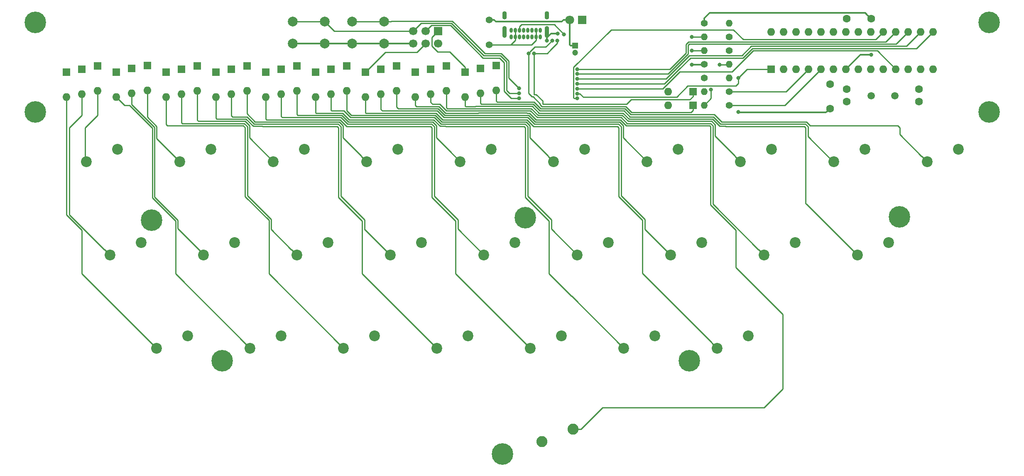
<source format=gbr>
G04 #@! TF.GenerationSoftware,KiCad,Pcbnew,(5.1.5)-3*
G04 #@! TF.CreationDate,2020-07-10T12:31:20-05:00*
G04 #@! TF.ProjectId,masochist,6d61736f-6368-4697-9374-2e6b69636164,rev?*
G04 #@! TF.SameCoordinates,Original*
G04 #@! TF.FileFunction,Copper,L1,Top*
G04 #@! TF.FilePolarity,Positive*
%FSLAX46Y46*%
G04 Gerber Fmt 4.6, Leading zero omitted, Abs format (unit mm)*
G04 Created by KiCad (PCBNEW (5.1.5)-3) date 2020-07-10 12:31:20*
%MOMM*%
%LPD*%
G04 APERTURE LIST*
%ADD10C,4.400000*%
%ADD11C,1.500000*%
%ADD12O,1.600000X1.600000*%
%ADD13R,1.600000X1.600000*%
%ADD14C,2.200000*%
%ADD15C,2.250000*%
%ADD16C,2.000000*%
%ADD17O,1.400000X1.400000*%
%ADD18C,1.400000*%
%ADD19C,1.800000*%
%ADD20R,1.800000X1.800000*%
%ADD21R,1.700000X1.700000*%
%ADD22C,1.700000*%
%ADD23O,0.650000X1.000000*%
%ADD24O,0.900000X2.400000*%
%ADD25O,0.900000X1.700000*%
%ADD26C,1.600000*%
%ADD27R,1.200000X1.200000*%
%ADD28C,1.200000*%
%ADD29C,0.800000*%
%ADD30C,0.250000*%
%ADD31C,0.380000*%
G04 APERTURE END LIST*
D10*
X158750000Y-123031250D03*
X63500000Y-53181250D03*
X63500000Y-34925000D03*
X257968750Y-53181250D03*
X257968750Y-34925000D03*
X163449000Y-74803000D03*
X239712500Y-74612500D03*
X196850000Y-103981250D03*
X101600000Y-103981250D03*
X87249000Y-75311000D03*
D11*
X233934000Y-49911000D03*
X238814000Y-49911000D03*
D12*
X213582250Y-36830000D03*
X246602250Y-44450000D03*
X216122250Y-36830000D03*
X244062250Y-44450000D03*
X218662250Y-36830000D03*
X241522250Y-44450000D03*
X221202250Y-36830000D03*
X238982250Y-44450000D03*
X223742250Y-36830000D03*
X236442250Y-44450000D03*
X226282250Y-36830000D03*
X233902250Y-44450000D03*
X228822250Y-36830000D03*
X231362250Y-44450000D03*
X231362250Y-36830000D03*
X228822250Y-44450000D03*
X233902250Y-36830000D03*
X226282250Y-44450000D03*
X236442250Y-36830000D03*
X223742250Y-44450000D03*
X238982250Y-36830000D03*
X221202250Y-44450000D03*
X241522250Y-36830000D03*
X218662250Y-44450000D03*
X244062250Y-36830000D03*
X216122250Y-44450000D03*
X246602250Y-36830000D03*
D13*
X213582250Y-44450000D03*
D14*
X213677500Y-60801250D03*
X207327500Y-63341250D03*
X80327500Y-60801250D03*
X73977500Y-63341250D03*
D15*
X173196250Y-117951250D03*
X166846250Y-120491250D03*
D16*
X128120000Y-39243000D03*
X128120000Y-34743000D03*
X134620000Y-39243000D03*
X134620000Y-34743000D03*
X116055000Y-39243000D03*
X116055000Y-34743000D03*
X122555000Y-39243000D03*
X122555000Y-34743000D03*
D17*
X199898000Y-49022000D03*
D18*
X204978000Y-49022000D03*
D17*
X199898000Y-51816000D03*
D18*
X204978000Y-51816000D03*
D17*
X204978000Y-46228000D03*
D18*
X199898000Y-46228000D03*
D17*
X204978000Y-43434000D03*
D18*
X199898000Y-43434000D03*
D17*
X199898000Y-37846000D03*
D18*
X204978000Y-37846000D03*
D17*
X199898000Y-40640000D03*
D18*
X204978000Y-40640000D03*
D17*
X204978000Y-35052000D03*
D18*
X199898000Y-35052000D03*
D19*
X172466000Y-34417000D03*
D20*
X175006000Y-34417000D03*
D14*
X94615000Y-98901250D03*
X88265000Y-101441250D03*
X175577500Y-60801250D03*
X169227500Y-63341250D03*
X113665000Y-98901250D03*
X107315000Y-101441250D03*
X99377500Y-60801250D03*
X93027500Y-63341250D03*
X151765000Y-98901250D03*
X145415000Y-101441250D03*
X194627500Y-60801250D03*
X188277500Y-63341250D03*
X156527500Y-60801250D03*
X150177500Y-63341250D03*
X104140000Y-79851250D03*
X97790000Y-82391250D03*
X137477500Y-60801250D03*
X131127500Y-63341250D03*
X251777500Y-60801250D03*
X245427500Y-63341250D03*
X232727500Y-60801250D03*
X226377500Y-63341250D03*
X189865000Y-98901250D03*
X183515000Y-101441250D03*
X208915000Y-98901250D03*
X202565000Y-101441250D03*
X237490000Y-79851250D03*
X231140000Y-82391250D03*
X218440000Y-79851250D03*
X212090000Y-82391250D03*
X199390000Y-79851250D03*
X193040000Y-82391250D03*
X180340000Y-79851250D03*
X173990000Y-82391250D03*
X161290000Y-79851250D03*
X154940000Y-82391250D03*
X142240000Y-79851250D03*
X135890000Y-82391250D03*
X118427500Y-60801250D03*
X112077500Y-63341250D03*
X123190000Y-79851250D03*
X116840000Y-82391250D03*
X132715000Y-98901250D03*
X126365000Y-101441250D03*
X170815000Y-98901250D03*
X164465000Y-101441250D03*
X85090000Y-79851250D03*
X78740000Y-82391250D03*
D21*
X145669000Y-36703000D03*
D22*
X145669000Y-39243000D03*
X143129000Y-36703000D03*
X143129000Y-39243000D03*
X140589000Y-36703000D03*
X140589000Y-39243000D03*
D23*
X164787500Y-37850000D03*
X166487500Y-37850000D03*
X165637500Y-37850000D03*
X163937500Y-37850000D03*
X163087500Y-37850000D03*
X162237500Y-37850000D03*
X161387500Y-37850000D03*
X160537500Y-37850000D03*
X166487500Y-36525000D03*
X165632500Y-36525000D03*
X164782500Y-36525000D03*
X163932500Y-36525000D03*
X163082500Y-36525000D03*
X162232500Y-36525000D03*
X161382500Y-36525000D03*
X160532500Y-36525000D03*
D24*
X167837500Y-36870000D03*
X159187500Y-36870000D03*
D25*
X167837500Y-33490000D03*
X159187500Y-33490000D03*
D18*
X156083000Y-39507000D03*
X156083000Y-34407000D03*
D12*
X192532000Y-51816000D03*
D13*
X197612000Y-51816000D03*
D12*
X192532000Y-49022000D03*
D13*
X197612000Y-49022000D03*
D12*
X157480000Y-48768000D03*
D13*
X157480000Y-43688000D03*
D12*
X151130000Y-50165000D03*
D13*
X151130000Y-45085000D03*
D12*
X154305000Y-49403000D03*
D13*
X154305000Y-44323000D03*
D12*
X130810000Y-50165000D03*
D13*
X130810000Y-45085000D03*
D12*
X144145000Y-49530000D03*
D13*
X144145000Y-44450000D03*
D12*
X147320000Y-48895000D03*
D13*
X147320000Y-43815000D03*
D12*
X120650000Y-50165000D03*
D13*
X120650000Y-45085000D03*
D12*
X133985000Y-49530000D03*
D13*
X133985000Y-44450000D03*
D12*
X137160000Y-48895000D03*
D13*
X137160000Y-43815000D03*
D12*
X140970000Y-50165000D03*
D13*
X140970000Y-45085000D03*
D12*
X110490000Y-50165000D03*
D13*
X110490000Y-45085000D03*
D12*
X123825000Y-49530000D03*
D13*
X123825000Y-44450000D03*
D12*
X127000000Y-48895000D03*
D13*
X127000000Y-43815000D03*
D12*
X100330000Y-50165000D03*
D13*
X100330000Y-45085000D03*
D12*
X113665000Y-49530000D03*
D13*
X113665000Y-44450000D03*
D12*
X116840000Y-48895000D03*
D13*
X116840000Y-43815000D03*
X90170000Y-45085000D03*
D12*
X90170000Y-50165000D03*
X103505000Y-49530000D03*
D13*
X103505000Y-44450000D03*
D12*
X106680000Y-48895000D03*
D13*
X106680000Y-43815000D03*
D12*
X80010000Y-50165000D03*
D13*
X80010000Y-45085000D03*
X93345000Y-44450000D03*
D12*
X93345000Y-49530000D03*
D13*
X96520000Y-43815000D03*
D12*
X96520000Y-48895000D03*
X69850000Y-50165000D03*
D13*
X69850000Y-45085000D03*
D12*
X83185000Y-49403000D03*
D13*
X83185000Y-44323000D03*
D12*
X86360000Y-48768000D03*
D13*
X86360000Y-43688000D03*
D12*
X73025000Y-49530000D03*
D13*
X73025000Y-44450000D03*
D12*
X76200000Y-48895000D03*
D13*
X76200000Y-43815000D03*
D26*
X228934000Y-34163000D03*
X233934000Y-34163000D03*
X225552000Y-52498000D03*
X225552000Y-47498000D03*
D27*
X173609000Y-39624000D03*
D28*
X173609000Y-41124000D03*
D26*
X243713000Y-48554000D03*
X243713000Y-51054000D03*
X228981000Y-48554000D03*
X228981000Y-51054000D03*
D29*
X206883000Y-53213000D03*
X167844347Y-38645000D03*
X170053000Y-37211000D03*
X233934000Y-41529000D03*
X197395000Y-43561000D03*
X173990000Y-44450000D03*
X173990000Y-45450003D03*
X173990000Y-47450009D03*
X173990000Y-46450006D03*
X169926000Y-38608000D03*
X165227000Y-41239990D03*
X201295000Y-48604000D03*
X203045000Y-43561000D03*
X168910000Y-38645000D03*
X164084000Y-41239990D03*
X197358000Y-40640000D03*
X171323000Y-37338000D03*
X197358000Y-37846000D03*
X162179000Y-50403003D03*
X173990000Y-50450018D03*
X206883000Y-46228000D03*
X162179000Y-49403000D03*
X173990000Y-49450015D03*
X162147153Y-48400587D03*
X173990000Y-48450012D03*
D30*
X231362250Y-44450000D02*
X231394000Y-44450000D01*
D31*
X116055000Y-39243000D02*
X122555000Y-39243000D01*
X123969213Y-39243000D02*
X128120000Y-39243000D01*
X122555000Y-39243000D02*
X123969213Y-39243000D01*
X129534213Y-39243000D02*
X134620000Y-39243000D01*
X128120000Y-39243000D02*
X129534213Y-39243000D01*
X136034213Y-39243000D02*
X140589000Y-39243000D01*
X134620000Y-39243000D02*
X136034213Y-39243000D01*
X225552000Y-52498000D02*
X224752001Y-53297999D01*
X206967999Y-53297999D02*
X206883000Y-53213000D01*
X224752001Y-53297999D02*
X206967999Y-53297999D01*
X168712662Y-37211000D02*
X170053000Y-37211000D01*
X167844347Y-38645000D02*
X167844347Y-38079315D01*
X167844347Y-38079315D02*
X168712662Y-37211000D01*
X171193208Y-34417000D02*
X172466000Y-34417000D01*
X157395959Y-34730010D02*
X170880198Y-34730010D01*
X157072949Y-34407000D02*
X157395959Y-34730010D01*
X170880198Y-34730010D02*
X171193208Y-34417000D01*
X156083000Y-34407000D02*
X157072949Y-34407000D01*
X172629000Y-39624000D02*
X173609000Y-39624000D01*
X172466000Y-39461000D02*
X172629000Y-39624000D01*
X172466000Y-34417000D02*
X172466000Y-39461000D01*
X228822250Y-44450000D02*
X231743250Y-41529000D01*
X231743250Y-41529000D02*
X233934000Y-41529000D01*
X200987052Y-32972999D02*
X232743999Y-32972999D01*
X233134001Y-33363001D02*
X233934000Y-34163000D01*
X199898000Y-34062051D02*
X200987052Y-32972999D01*
X232743999Y-32972999D02*
X233134001Y-33363001D01*
X199898000Y-35052000D02*
X199898000Y-34062051D01*
X199771000Y-43561000D02*
X199898000Y-43434000D01*
X197395000Y-43561000D02*
X199771000Y-43561000D01*
D30*
X73660000Y-56388000D02*
X73660000Y-63023750D01*
X73660000Y-63023750D02*
X73977500Y-63341250D01*
X76200000Y-49530000D02*
X76200000Y-53848000D01*
X76200000Y-53848000D02*
X73660000Y-56388000D01*
X236941249Y-38871001D02*
X238982250Y-36830000D01*
X198999999Y-38871001D02*
X236941249Y-38871001D01*
X198999999Y-38871001D02*
X196850000Y-38871001D01*
X196850000Y-38871001D02*
X196850000Y-38862000D01*
X196182989Y-41160369D02*
X192893358Y-44450000D01*
X192893358Y-44450000D02*
X173990000Y-44450000D01*
X196182989Y-39400601D02*
X196182989Y-41160369D01*
X196850000Y-38871001D02*
X196712588Y-38871002D01*
X196712588Y-38871002D02*
X196182989Y-39400601D01*
X73025000Y-53848000D02*
X73025000Y-50165000D01*
X77640001Y-81291251D02*
X77608251Y-81291251D01*
X78740000Y-82391250D02*
X77640001Y-81291251D01*
X70485000Y-74168000D02*
X70485000Y-56388000D01*
X77608251Y-81291251D02*
X70485000Y-74168000D01*
X70485000Y-56388000D02*
X73025000Y-53848000D01*
X151130000Y-44035000D02*
X147989000Y-40894000D01*
X151130000Y-45085000D02*
X151130000Y-44035000D01*
X145580998Y-40894000D02*
X144399000Y-39712002D01*
X147989000Y-40894000D02*
X145580998Y-40894000D01*
X144399000Y-39712002D02*
X144399000Y-37973000D01*
X144399000Y-37973000D02*
X145669000Y-36703000D01*
X199186399Y-39321011D02*
X199214011Y-39321011D01*
X239031239Y-39321011D02*
X241522250Y-36830000D01*
X199186399Y-39321011D02*
X239031239Y-39321011D01*
X199186399Y-39321011D02*
X196898989Y-39321011D01*
X173990000Y-45450003D02*
X192529765Y-45450003D01*
X196632999Y-39587001D02*
X196632999Y-41346769D01*
X196898989Y-39321011D02*
X196632999Y-39587001D01*
X196632999Y-41346769D02*
X192529765Y-45450003D01*
X88276020Y-58589770D02*
X88276020Y-56399020D01*
X86360000Y-54226180D02*
X86360000Y-49403000D01*
X93027500Y-63341250D02*
X88276020Y-58589770D01*
X88276020Y-56399020D02*
X88276018Y-56399018D01*
X88276018Y-56399018D02*
X88276018Y-56142198D01*
X88276018Y-56142198D02*
X86360000Y-54226180D01*
X87826009Y-56328599D02*
X83185000Y-51687590D01*
X98012250Y-82391250D02*
X92583000Y-76962000D01*
X92583000Y-75309590D02*
X87826010Y-70552600D01*
X97790000Y-82391250D02*
X98012250Y-82391250D01*
X92583000Y-76962000D02*
X92583000Y-75309590D01*
X87826010Y-70552600D02*
X87826009Y-56328599D01*
X83185000Y-51687590D02*
X83185000Y-49403000D01*
X69850000Y-74169410D02*
X69850000Y-50165000D01*
X87133251Y-100341251D02*
X73025000Y-86233000D01*
X88265000Y-101441250D02*
X87165001Y-100341251D01*
X73025000Y-77344410D02*
X69850000Y-74169410D01*
X87165001Y-100341251D02*
X87133251Y-100341251D01*
X73025000Y-86233000D02*
X73025000Y-77344410D01*
X141351000Y-41021000D02*
X143129000Y-39243000D01*
X130810000Y-45085000D02*
X134874000Y-41021000D01*
X134874000Y-41021000D02*
X141351000Y-41021000D01*
X207772000Y-42164000D02*
X209714969Y-40221031D01*
X191802579Y-47450009D02*
X194744597Y-44507991D01*
X197104000Y-42164000D02*
X207772000Y-42164000D01*
X173990000Y-47450009D02*
X191802579Y-47450009D01*
X209714969Y-40221031D02*
X243211219Y-40221031D01*
X194760009Y-44507991D02*
X197104000Y-42164000D01*
X243211219Y-40221031D02*
X246602250Y-36830000D01*
X194744597Y-44507991D02*
X194760009Y-44507991D01*
X96520000Y-54864000D02*
X96520000Y-49530000D01*
X107199020Y-58462770D02*
X107199020Y-56015200D01*
X112077500Y-63341250D02*
X107199020Y-58462770D01*
X107199020Y-56015200D02*
X106290800Y-55106980D01*
X106290800Y-55106980D02*
X96762980Y-55106980D01*
X96762980Y-55106980D02*
X96520000Y-54864000D01*
X106104400Y-55556990D02*
X93529990Y-55556990D01*
X106749010Y-70298600D02*
X106749009Y-56201599D01*
X111606760Y-77189760D02*
X111606759Y-75156349D01*
X93345000Y-55372000D02*
X93345000Y-50165000D01*
X116840000Y-82391250D02*
X115740001Y-81291251D01*
X93529990Y-55556990D02*
X93345000Y-55372000D01*
X106749009Y-56201599D02*
X106104400Y-55556990D01*
X111606759Y-75156349D02*
X106749010Y-70298600D01*
X115740001Y-81291251D02*
X115708251Y-81291251D01*
X115708251Y-81291251D02*
X111606760Y-77189760D01*
X92106750Y-86233000D02*
X92106750Y-75469750D01*
X107315000Y-101441250D02*
X92106750Y-86233000D01*
X92106750Y-75469750D02*
X87376000Y-70739000D01*
X87376000Y-70739000D02*
X87376000Y-56515000D01*
X87376000Y-56515000D02*
X82734991Y-51873991D01*
X81718991Y-51873991D02*
X80010000Y-50165000D01*
X82734991Y-51873991D02*
X81718991Y-51873991D01*
X106680000Y-53586950D02*
X106680000Y-49530000D01*
X110223570Y-55229750D02*
X108322800Y-55229750D01*
X125467800Y-55233980D02*
X110227800Y-55233980D01*
X108322800Y-55229750D02*
X106680000Y-53586950D01*
X130027501Y-62209501D02*
X126249020Y-58431020D01*
X110227800Y-55233980D02*
X110223570Y-55229750D01*
X126249020Y-58431020D02*
X126249020Y-56015200D01*
X130027501Y-62241251D02*
X130027501Y-62209501D01*
X131127500Y-63341250D02*
X130027501Y-62241251D01*
X126249020Y-56015200D02*
X125467800Y-55233980D01*
X103505000Y-53975000D02*
X103505000Y-50165000D01*
X106663601Y-54206961D02*
X103736961Y-54206961D01*
X130625009Y-75251599D02*
X125799010Y-70425600D01*
X135890000Y-82391250D02*
X130714750Y-77216000D01*
X130625010Y-77158010D02*
X130625009Y-75251599D01*
X110041400Y-55683990D02*
X110037170Y-55679760D01*
X130683000Y-77216000D02*
X130625010Y-77158010D01*
X130714750Y-77216000D02*
X130683000Y-77216000D01*
X103736961Y-54206961D02*
X103505000Y-53975000D01*
X125799010Y-70425600D02*
X125799009Y-56201599D01*
X125281400Y-55683990D02*
X110041400Y-55683990D01*
X110037170Y-55679760D02*
X108136400Y-55679760D01*
X125799009Y-56201599D02*
X125281400Y-55683990D01*
X108136400Y-55679760D02*
X106663601Y-54206961D01*
X90170000Y-55753000D02*
X90170000Y-50800000D01*
X90424000Y-56007000D02*
X90170000Y-55753000D01*
X105918000Y-56007000D02*
X90424000Y-56007000D01*
X111156750Y-86233000D02*
X111156750Y-75342750D01*
X126365000Y-101441250D02*
X111156750Y-86233000D01*
X111156750Y-75342750D02*
X106299000Y-70485000D01*
X106299000Y-70485000D02*
X106299000Y-56388000D01*
X106299000Y-56388000D02*
X105918000Y-56007000D01*
X116840000Y-53721000D02*
X116840000Y-49530000D01*
X145299020Y-58431020D02*
X145299020Y-56015200D01*
X148082000Y-61214000D02*
X145299020Y-58431020D01*
X117002951Y-53883951D02*
X116840000Y-53721000D01*
X150177500Y-63341250D02*
X148082000Y-61245750D01*
X123884400Y-53883951D02*
X117002951Y-53883951D01*
X145299020Y-56015200D02*
X144517800Y-55233980D01*
X148082000Y-61245750D02*
X148082000Y-61214000D01*
X144517800Y-55233980D02*
X127377028Y-55233980D01*
X127377028Y-55233980D02*
X126026999Y-53883953D01*
X126026999Y-53883953D02*
X123884402Y-53883953D01*
X123884402Y-53883953D02*
X123884400Y-53883951D01*
X113665000Y-54102000D02*
X113665000Y-50165000D01*
X113896961Y-54333961D02*
X113665000Y-54102000D01*
X123698000Y-54333961D02*
X113896961Y-54333961D01*
X125840600Y-54333962D02*
X123698000Y-54333961D01*
X127190630Y-55683990D02*
X125840600Y-54333962D01*
X144331400Y-55683990D02*
X127190630Y-55683990D01*
X149675010Y-77126260D02*
X149675009Y-75251599D01*
X154940000Y-82391250D02*
X149675010Y-77126260D01*
X149675009Y-75251599D02*
X144849010Y-70425600D01*
X144849010Y-70425600D02*
X144849009Y-56201599D01*
X144849009Y-56201599D02*
X144331400Y-55683990D01*
X100330000Y-50800000D02*
X100330000Y-54102000D01*
X100330000Y-54102000D02*
X100330000Y-54483000D01*
X100330000Y-54483000D02*
X100503970Y-54656970D01*
X100503970Y-54656970D02*
X102743000Y-54656970D01*
X102743000Y-54656970D02*
X106477201Y-54656971D01*
X106477201Y-54656971D02*
X106472971Y-54656971D01*
X144315001Y-100341251D02*
X145415000Y-101441250D01*
X144283251Y-100341251D02*
X144315001Y-100341251D01*
X130175000Y-86233000D02*
X144283251Y-100341251D01*
X125349000Y-70612000D02*
X130175000Y-75438000D01*
X130175000Y-75438000D02*
X130175000Y-86233000D01*
X107950000Y-56129770D02*
X109850770Y-56129770D01*
X125349000Y-56388000D02*
X125349000Y-70612000D01*
X125095000Y-56134000D02*
X125349000Y-56388000D01*
X106477201Y-54656971D02*
X107950000Y-56129770D01*
X109850770Y-56129770D02*
X109855000Y-56134000D01*
X109855000Y-56134000D02*
X125095000Y-56134000D01*
X127000000Y-52947724D02*
X127000000Y-49530000D01*
X164349020Y-58431020D02*
X164349020Y-56015200D01*
X164349020Y-56015200D02*
X163567800Y-55233980D01*
X169227500Y-63341250D02*
X168127501Y-62241251D01*
X168127501Y-62241251D02*
X168127501Y-62209501D01*
X147561570Y-55229750D02*
X146422798Y-55229750D01*
X163567800Y-55233980D02*
X147565800Y-55233980D01*
X146422798Y-55229750D02*
X145076996Y-53883951D01*
X168127501Y-62209501D02*
X164349020Y-58431020D01*
X145076996Y-53883951D02*
X127936227Y-53883951D01*
X147565800Y-55233980D02*
X147561570Y-55229750D01*
X127936227Y-53883951D02*
X127000000Y-52947724D01*
X123825000Y-52832000D02*
X123825000Y-50165000D01*
X123976931Y-52983931D02*
X123825000Y-52832000D01*
X126399797Y-52983931D02*
X123976931Y-52983931D01*
X127749827Y-54333961D02*
X126399797Y-52983931D01*
X163899009Y-56201599D02*
X163381400Y-55683990D01*
X146236400Y-55679760D02*
X144890600Y-54333962D01*
X163899010Y-70425600D02*
X163899009Y-56201599D01*
X173990000Y-82391250D02*
X168725010Y-77126260D01*
X163381400Y-55683990D02*
X147379400Y-55683990D01*
X168725009Y-75251599D02*
X163899010Y-70425600D01*
X147379400Y-55683990D02*
X147375170Y-55679760D01*
X168725010Y-77126260D02*
X168725009Y-75251599D01*
X144890600Y-54333962D02*
X144018000Y-54333961D01*
X147375170Y-55679760D02*
X146236400Y-55679760D01*
X144018000Y-54333961D02*
X127749827Y-54333961D01*
X163365001Y-100341251D02*
X164465000Y-101441250D01*
X149225000Y-86233000D02*
X163333251Y-100341251D01*
X110663970Y-54783970D02*
X125654201Y-54783971D01*
X110490000Y-54610000D02*
X110663970Y-54783970D01*
X126873000Y-56007000D02*
X127000000Y-56134000D01*
X163333251Y-100341251D02*
X163365001Y-100341251D01*
X127000000Y-56134000D02*
X144145000Y-56134000D01*
X144145000Y-56134000D02*
X144399000Y-56388000D01*
X110490000Y-50800000D02*
X110490000Y-54610000D01*
X144399000Y-56388000D02*
X144399000Y-70612000D01*
X126873000Y-56002770D02*
X126873000Y-56007000D01*
X144399000Y-70612000D02*
X149225000Y-75438000D01*
X125654201Y-54783971D02*
X126873000Y-56002770D01*
X149225000Y-75438000D02*
X149225000Y-86233000D01*
X174787240Y-117951250D02*
X179200490Y-113538000D01*
X173196250Y-117951250D02*
X174787240Y-117951250D01*
X179200490Y-113538000D02*
X212090000Y-113538000D01*
X212090000Y-113538000D02*
X215900000Y-109728000D01*
X215900000Y-109728000D02*
X215900000Y-94488000D01*
X215900000Y-94488000D02*
X206502000Y-85090000D01*
X206502000Y-85090000D02*
X206375000Y-84963000D01*
X206375000Y-84963000D02*
X206375000Y-80518000D01*
X206375000Y-80518000D02*
X206375000Y-77851000D01*
X206375000Y-77851000D02*
X206375000Y-77344410D01*
X206375000Y-77344410D02*
X201225990Y-72195400D01*
X201225990Y-72195400D02*
X201225990Y-56701400D01*
X201225990Y-56701400D02*
X201225990Y-56261000D01*
X201225990Y-56261000D02*
X201225990Y-56191990D01*
X201225990Y-56191990D02*
X201041000Y-56007000D01*
X201041000Y-56007000D02*
X200406000Y-56007000D01*
X200406000Y-56007000D02*
X199517000Y-56007000D01*
X184780770Y-56002770D02*
X184785000Y-56007000D01*
X184023000Y-56002770D02*
X184780770Y-56002770D01*
X165663427Y-54783970D02*
X182804201Y-54783971D01*
X163762400Y-53397990D02*
X163798353Y-53433943D01*
X140970000Y-51816000D02*
X141237911Y-52083911D01*
X145822597Y-52083912D02*
X147168395Y-53429710D01*
X164313400Y-53433943D02*
X165663427Y-54783970D01*
X163798353Y-53433943D02*
X164313400Y-53433943D01*
X153864600Y-53397990D02*
X163762400Y-53397990D01*
X140970000Y-50165000D02*
X140970000Y-51816000D01*
X148425710Y-53429710D02*
X148429942Y-53433942D01*
X199517000Y-56007000D02*
X184785000Y-56007000D01*
X184785000Y-56007000D02*
X184658000Y-56007000D01*
X182804201Y-54783971D02*
X184023000Y-56002770D01*
X147168395Y-53429710D02*
X148425710Y-53429710D01*
X141237911Y-52083911D02*
X145822597Y-52083912D01*
X148429942Y-53433942D02*
X153828648Y-53433942D01*
X153828648Y-53433942D02*
X153864600Y-53397990D01*
X192166172Y-46450006D02*
X173990000Y-46450006D01*
X241121229Y-39771021D02*
X209528569Y-39771021D01*
X244062250Y-36830000D02*
X241121229Y-39771021D01*
X207585600Y-41713990D02*
X196902188Y-41713990D01*
X209528569Y-39771021D02*
X207585600Y-41713990D01*
X196902188Y-41713990D02*
X192166172Y-46450006D01*
X188277500Y-63341250D02*
X183399020Y-58462770D01*
X183399020Y-58462770D02*
X183399020Y-56503980D01*
X183399020Y-56503980D02*
X183399020Y-56388000D01*
X137160000Y-52197000D02*
X137160000Y-49530000D01*
X137496921Y-52533921D02*
X137160000Y-52197000D01*
X145636196Y-52533921D02*
X137496921Y-52533921D01*
X146981995Y-53879720D02*
X145636196Y-52533921D01*
X165477029Y-55233980D02*
X164127000Y-53883953D01*
X148120770Y-53879720D02*
X146981995Y-53879720D01*
X182617800Y-55233980D02*
X165477029Y-55233980D01*
X148125002Y-53883952D02*
X148120770Y-53879720D01*
X164127000Y-53883953D02*
X163611953Y-53883953D01*
X183399020Y-56503980D02*
X183399020Y-56015200D01*
X183399020Y-56015200D02*
X182617800Y-55233980D01*
X163576000Y-53848000D02*
X154051000Y-53848000D01*
X163611953Y-53883953D02*
X163576000Y-53848000D01*
X154051000Y-53848000D02*
X154015048Y-53883952D01*
X154015048Y-53883952D02*
X148125002Y-53883952D01*
X134263931Y-52983931D02*
X133985000Y-52705000D01*
X145449796Y-52983931D02*
X134263931Y-52983931D01*
X146795595Y-54329730D02*
X145449796Y-52983931D01*
X147934370Y-54329730D02*
X146795595Y-54329730D01*
X187775009Y-75124599D02*
X182949010Y-70298600D01*
X133985000Y-52705000D02*
X133985000Y-50165000D01*
X188499750Y-77851000D02*
X188468000Y-77851000D01*
X188468000Y-77851000D02*
X187775010Y-77158010D01*
X187775010Y-77158010D02*
X187775009Y-75124599D01*
X147938602Y-54333962D02*
X147934370Y-54329730D01*
X193040000Y-82391250D02*
X188499750Y-77851000D01*
X182431400Y-55683990D02*
X165290630Y-55683990D01*
X182949010Y-70298600D02*
X182949009Y-56201599D01*
X182949009Y-56201599D02*
X182431400Y-55683990D01*
X165290630Y-55683990D02*
X163940600Y-54333962D01*
X163940600Y-54333962D02*
X147938602Y-54333962D01*
X168275000Y-75438000D02*
X168275000Y-86233000D01*
X163449000Y-70612000D02*
X168275000Y-75438000D01*
X127563426Y-54783970D02*
X144704201Y-54783971D01*
X172878750Y-90805000D02*
X183515000Y-101441250D01*
X126213397Y-53433941D02*
X127563426Y-54783970D01*
X147188770Y-56129770D02*
X147193000Y-56134000D01*
X120743941Y-53433941D02*
X126213397Y-53433941D01*
X172847000Y-90805000D02*
X172878750Y-90805000D01*
X120650000Y-50800000D02*
X120650000Y-53340000D01*
X120650000Y-53340000D02*
X120743941Y-53433941D01*
X147193000Y-56134000D02*
X163195000Y-56134000D01*
X144704201Y-54783971D02*
X146050000Y-56129770D01*
X163195000Y-56134000D02*
X163449000Y-56388000D01*
X146050000Y-56129770D02*
X147188770Y-56129770D01*
X168275000Y-86233000D02*
X172847000Y-90805000D01*
X163449000Y-56388000D02*
X163449000Y-70612000D01*
X147541195Y-52529690D02*
X147320000Y-52308495D01*
X153460080Y-52529690D02*
X147541195Y-52529690D01*
X153491800Y-52497970D02*
X153460080Y-52529690D01*
X147320000Y-52308495D02*
X147320000Y-48895000D01*
X164650247Y-52497970D02*
X153491800Y-52497970D01*
X166036230Y-53883953D02*
X164650247Y-52497970D01*
X183177001Y-53883953D02*
X166036230Y-53883953D01*
X207327500Y-63341250D02*
X206227501Y-62241251D01*
X202126010Y-58108010D02*
X202126009Y-55819189D01*
X206227501Y-62241251D02*
X206227501Y-62209501D01*
X201413800Y-55106982D02*
X199390000Y-55106981D01*
X199390000Y-55106981D02*
X185283391Y-55106981D01*
X202126009Y-55819189D02*
X201413800Y-55106982D01*
X184395800Y-55102750D02*
X183177001Y-53883953D01*
X185283391Y-55106981D02*
X185279160Y-55102750D01*
X206227501Y-62209501D02*
X202126010Y-58108010D01*
X185279160Y-55102750D02*
X184395800Y-55102750D01*
X201676000Y-72009000D02*
X210958251Y-81291251D01*
X201227401Y-55556991D02*
X201676000Y-56005590D01*
X185096990Y-55556990D02*
X201227401Y-55556991D01*
X201676000Y-56005590D02*
X201676000Y-72009000D01*
X185092760Y-55552760D02*
X185096990Y-55556990D01*
X146008998Y-51633903D02*
X147354795Y-52979700D01*
X210958251Y-81291251D02*
X210990001Y-81291251D01*
X165849828Y-54333961D02*
X182990602Y-54333962D01*
X147354795Y-52979700D02*
X153646480Y-52979700D01*
X144526000Y-51633902D02*
X146008998Y-51633903D01*
X210990001Y-81291251D02*
X212090000Y-82391250D01*
X144145000Y-51252902D02*
X144526000Y-51633902D01*
X144145000Y-49530000D02*
X144145000Y-51252902D01*
X182990602Y-54333962D02*
X184209400Y-55552760D01*
X153646480Y-52979700D02*
X153678200Y-52947980D01*
X164463847Y-52947980D02*
X165849828Y-54333961D01*
X184209400Y-55552760D02*
X185092760Y-55552760D01*
X153678200Y-52947980D02*
X164463847Y-52947980D01*
X187325000Y-86106000D02*
X201465001Y-100246001D01*
X182499000Y-70485000D02*
X187325000Y-75311000D01*
X182499000Y-56388000D02*
X182499000Y-70485000D01*
X145263396Y-53433941D02*
X146609196Y-54779740D01*
X164799029Y-55828799D02*
X164799029Y-55833029D01*
X201465001Y-100341251D02*
X202565000Y-101441250D01*
X130903941Y-53433941D02*
X145263396Y-53433941D01*
X130810000Y-50800000D02*
X130810000Y-53340000D01*
X146609196Y-54779740D02*
X147747970Y-54779740D01*
X164799029Y-55833029D02*
X165100000Y-56134000D01*
X201465001Y-100246001D02*
X201465001Y-100341251D01*
X130810000Y-53340000D02*
X130903941Y-53433941D01*
X187325000Y-75311000D02*
X187325000Y-86106000D01*
X182245000Y-56134000D02*
X182499000Y-56388000D01*
X147747970Y-54779740D02*
X147752200Y-54783970D01*
X147752200Y-54783970D02*
X163754201Y-54783971D01*
X163754201Y-54783971D02*
X164799029Y-55828799D01*
X165100000Y-56134000D02*
X182245000Y-56134000D01*
X154305000Y-51435000D02*
X154305000Y-49403000D01*
X154467952Y-51597952D02*
X154305000Y-51435000D01*
X165023047Y-51597952D02*
X154467952Y-51597952D01*
X184768598Y-54202730D02*
X183549801Y-52983933D01*
X221049009Y-56201599D02*
X220531400Y-55683990D01*
X226377500Y-63341250D02*
X226155250Y-63341250D01*
X226155250Y-63341250D02*
X221049010Y-58235010D01*
X220531400Y-55683990D02*
X204529400Y-55683990D01*
X204529400Y-55683990D02*
X204525174Y-55679764D01*
X201786599Y-54206964D02*
X197972374Y-54206964D01*
X166409030Y-52983933D02*
X165023047Y-51597952D01*
X221049010Y-58235010D02*
X221049009Y-56201599D01*
X204525174Y-55679764D02*
X203259401Y-55679764D01*
X183549801Y-52983933D02*
X166409030Y-52983933D01*
X203259401Y-55679764D02*
X201786599Y-54206964D01*
X197972374Y-54206964D02*
X197968140Y-54202730D01*
X197968140Y-54202730D02*
X184768598Y-54202730D01*
X231140000Y-82391250D02*
X225933000Y-77184250D01*
X225933000Y-77184250D02*
X225901250Y-77184250D01*
X225901250Y-77184250D02*
X220726000Y-72009000D01*
X220726000Y-72009000D02*
X220599000Y-71882000D01*
X220599000Y-71882000D02*
X220599000Y-56388000D01*
X220599000Y-56388000D02*
X220345000Y-56134000D01*
X220345000Y-56134000D02*
X219329000Y-56134000D01*
X204338773Y-56129773D02*
X204343000Y-56134000D01*
X203073000Y-56129773D02*
X204338773Y-56129773D01*
X201600200Y-54656973D02*
X203073000Y-56129773D01*
X197785971Y-54656971D02*
X201600200Y-54656973D01*
X197781740Y-54652740D02*
X197785971Y-54656971D01*
X151266680Y-52079680D02*
X153273680Y-52079680D01*
X153305400Y-52047960D02*
X164836648Y-52047961D01*
X204343000Y-56134000D02*
X204216000Y-56134000D01*
X164836648Y-52047961D02*
X166222630Y-53433943D01*
X151130000Y-51943000D02*
X151266680Y-52079680D01*
X183363401Y-53433943D02*
X184582198Y-54652740D01*
X151130000Y-50165000D02*
X151130000Y-51943000D01*
X166222630Y-53433943D02*
X183363401Y-53433943D01*
X153273680Y-52079680D02*
X153305400Y-52047960D01*
X219329000Y-56134000D02*
X204343000Y-56134000D01*
X184582198Y-54652740D02*
X197781740Y-54652740D01*
X239776000Y-56388000D02*
X239776000Y-57785000D01*
X220717801Y-55233981D02*
X221499018Y-56015198D01*
X209538980Y-55233980D02*
X220717801Y-55233981D01*
X209534754Y-55229754D02*
X209538980Y-55233980D01*
X165209447Y-51147942D02*
X166595428Y-52533923D01*
X183736202Y-52533924D02*
X184954998Y-53752720D01*
X239403198Y-56015198D02*
X239776000Y-56388000D01*
X157700942Y-51147942D02*
X165209447Y-51147942D01*
X157480000Y-48768000D02*
X157480000Y-50927000D01*
X199929720Y-53752720D02*
X199933954Y-53756954D01*
X221499018Y-56015198D02*
X239403198Y-56015198D01*
X166595428Y-52533923D02*
X183736202Y-52533924D01*
X199933954Y-53756954D02*
X201972999Y-53756954D01*
X244232251Y-62241251D02*
X244327501Y-62241251D01*
X244327501Y-62241251D02*
X245427500Y-63341250D01*
X203445799Y-55229754D02*
X209534754Y-55229754D01*
X239776000Y-57785000D02*
X244232251Y-62241251D01*
X184954998Y-53752720D02*
X199929720Y-53752720D01*
X201972999Y-53756954D02*
X203445799Y-55229754D01*
X157480000Y-50927000D02*
X157700942Y-51147942D01*
X197612000Y-50072000D02*
X197612000Y-49022000D01*
X196993001Y-50690999D02*
X197612000Y-50072000D01*
X185051911Y-50690999D02*
X196993001Y-50690999D01*
X166968230Y-51633905D02*
X184109004Y-51633906D01*
X184109004Y-51633906D02*
X185051911Y-50690999D01*
X169926000Y-39173685D02*
X168713685Y-40386000D01*
X169926000Y-38608000D02*
X169926000Y-39173685D01*
X165227000Y-41239990D02*
X165227000Y-49657000D01*
X168713685Y-40386000D02*
X168713685Y-40455315D01*
X167929010Y-41239990D02*
X165227000Y-41239990D01*
X168713685Y-40455315D02*
X167929010Y-41239990D01*
X166968230Y-51633905D02*
X166968230Y-50963770D01*
X165661460Y-49657000D02*
X165227000Y-49657000D01*
X166968230Y-50963770D02*
X165661460Y-49657000D01*
X199898000Y-51816000D02*
X199898000Y-51689000D01*
X199898000Y-51816000D02*
X201295000Y-50419000D01*
X201295000Y-50419000D02*
X201295000Y-48604000D01*
X204851000Y-43561000D02*
X204978000Y-43434000D01*
X203045000Y-43561000D02*
X204851000Y-43561000D01*
X164483999Y-40839991D02*
X164084000Y-41239990D01*
X165376980Y-39947010D02*
X164483999Y-40839991D01*
X167607990Y-39947010D02*
X165376980Y-39947010D01*
X168910000Y-38645000D02*
X167607990Y-39947010D01*
X164084000Y-41805675D02*
X164084000Y-41239990D01*
X185141398Y-53302710D02*
X183922603Y-52083915D01*
X166781829Y-52083914D02*
X166497000Y-51799085D01*
X197175290Y-53302710D02*
X185141398Y-53302710D01*
X165042010Y-50107010D02*
X164788010Y-50107010D01*
X183922603Y-52083915D02*
X166781829Y-52083914D01*
X166497000Y-51799085D02*
X166497000Y-51562000D01*
X197612000Y-52866000D02*
X197175290Y-53302710D01*
X197612000Y-51816000D02*
X197612000Y-52866000D01*
X166497000Y-51562000D02*
X165042010Y-50107010D01*
X164788010Y-50107010D02*
X164084000Y-49403000D01*
X164084000Y-49403000D02*
X164084000Y-41805675D01*
X157072949Y-39507000D02*
X157082949Y-39497000D01*
X156083000Y-39507000D02*
X157072949Y-39507000D01*
X161387500Y-38600000D02*
X161387500Y-37850000D01*
X160490500Y-39497000D02*
X161387500Y-38600000D01*
X161382500Y-37845000D02*
X161387500Y-37850000D01*
X161382500Y-36525000D02*
X161382500Y-37845000D01*
X165632500Y-37845000D02*
X165637500Y-37850000D01*
X165632500Y-36525000D02*
X165632500Y-37845000D01*
X164740500Y-39497000D02*
X160528000Y-39497000D01*
X165637500Y-38600000D02*
X164740500Y-39497000D01*
X165637500Y-37850000D02*
X165637500Y-38600000D01*
X157082949Y-39497000D02*
X160528000Y-39497000D01*
X160528000Y-39497000D02*
X160490500Y-39497000D01*
X197358000Y-40640000D02*
X199898000Y-40640000D01*
X169329990Y-35344990D02*
X171323000Y-37338000D01*
X162662510Y-35344990D02*
X169329990Y-35344990D01*
X162232500Y-36525000D02*
X162232500Y-35775000D01*
X162232500Y-35775000D02*
X162662510Y-35344990D01*
X197923685Y-37846000D02*
X199898000Y-37846000D01*
X197358000Y-37846000D02*
X197923685Y-37846000D01*
X144304001Y-35527999D02*
X148176999Y-35527999D01*
X143129000Y-36703000D02*
X144304001Y-35527999D01*
X148176999Y-35527999D02*
X151130000Y-38481000D01*
X151130000Y-38481000D02*
X154813000Y-42164000D01*
X158141002Y-42164000D02*
X159131000Y-43153998D01*
X154813000Y-42164000D02*
X158141002Y-42164000D01*
X159131000Y-43153998D02*
X159131000Y-48768000D01*
X160579603Y-50403003D02*
X162179000Y-50403003D01*
X159131000Y-48768000D02*
X159131001Y-48954401D01*
X159131001Y-48954401D02*
X160579603Y-50403003D01*
X173424315Y-50450018D02*
X173990000Y-50450018D01*
X173264999Y-44101999D02*
X173264999Y-50290702D01*
X173264999Y-50290702D02*
X173424315Y-50450018D01*
X234851259Y-38420991D02*
X207838991Y-38420991D01*
X236442250Y-36830000D02*
X234851259Y-38420991D01*
X207838991Y-38420991D02*
X205867000Y-36449000D01*
X205867000Y-36449000D02*
X180917998Y-36449000D01*
X180917998Y-36449000D02*
X173264999Y-44101999D01*
X117469213Y-34743000D02*
X122555000Y-34743000D01*
X116055000Y-34743000D02*
X117469213Y-34743000D01*
X122555000Y-34743000D02*
X124515000Y-36703000D01*
X124515000Y-36703000D02*
X140589000Y-36703000D01*
X208661000Y-44450000D02*
X213582250Y-44450000D01*
X206883000Y-46228000D02*
X208661000Y-44450000D01*
X142214011Y-35077989D02*
X148363399Y-35077989D01*
X140589000Y-36703000D02*
X142214011Y-35077989D01*
X148363399Y-35077989D02*
X148363399Y-35079399D01*
X148363399Y-35077989D02*
X154999400Y-41713990D01*
X158327403Y-41713991D02*
X159581010Y-42967598D01*
X154999400Y-41713990D02*
X158327403Y-41713991D01*
X159581010Y-42967598D02*
X159581010Y-48768000D01*
X159581010Y-48768000D02*
X160216010Y-49403000D01*
X160216010Y-49403000D02*
X162179000Y-49403000D01*
X206375000Y-47879000D02*
X206883000Y-47371000D01*
X206883000Y-47371000D02*
X206883000Y-46228000D01*
X174555685Y-49450015D02*
X175252671Y-50147001D01*
X173990000Y-49450015D02*
X174555685Y-49450015D01*
X196569998Y-47879000D02*
X206375000Y-47879000D01*
X175252671Y-50147001D02*
X194301997Y-50147001D01*
X194301997Y-50147001D02*
X196569998Y-47879000D01*
X216376250Y-51816000D02*
X223742250Y-44450000D01*
X204978000Y-51816000D02*
X216376250Y-51816000D01*
X216630250Y-49022000D02*
X221202250Y-44450000D01*
X204978000Y-49022000D02*
X216630250Y-49022000D01*
X134620000Y-34743000D02*
X128120000Y-34743000D01*
X136149234Y-34627979D02*
X142027611Y-34627979D01*
X134620000Y-34743000D02*
X136034213Y-34743000D01*
X136034213Y-34743000D02*
X136149234Y-34627979D01*
X142027611Y-34627979D02*
X148336000Y-34627979D01*
X148336000Y-34627979D02*
X148549800Y-34627980D01*
X148549800Y-34627980D02*
X150559910Y-36638090D01*
X150559910Y-36638090D02*
X155185801Y-41263981D01*
X155185801Y-41263981D02*
X155702000Y-41263981D01*
X158513804Y-41263982D02*
X160031020Y-42781198D01*
X155702000Y-41263981D02*
X158513804Y-41263982D01*
X160031020Y-42781198D02*
X160031020Y-46284454D01*
X160031020Y-46284454D02*
X162147153Y-48400587D01*
X235203291Y-40671041D02*
X238982250Y-44450000D01*
X173990000Y-48450012D02*
X191438986Y-48450012D01*
X205995410Y-44577000D02*
X209901369Y-40671041D01*
X205613000Y-44958000D02*
X205994000Y-44577000D01*
X209901369Y-40671041D02*
X235203291Y-40671041D01*
X191438986Y-48450012D02*
X194930998Y-44958000D01*
X194930998Y-44958000D02*
X205613000Y-44958000D01*
X205994000Y-44577000D02*
X205995410Y-44577000D01*
M02*

</source>
